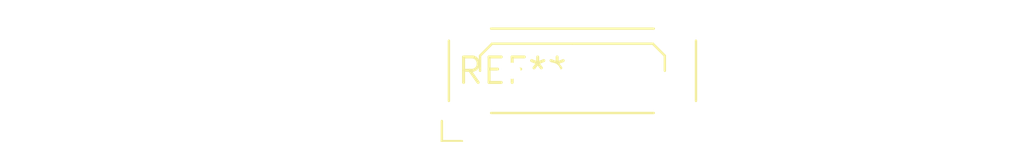
<source format=kicad_pcb>
(kicad_pcb (version 20240108) (generator pcbnew)
  (layers (0 "F.Cu" signal) (31 "B.Cu" signal) (34 "B.Paste" user) (35 "F.Paste" user) (36 "B.SilkS" user "B.Silkscreen") (37 "F.SilkS" user "F.Silkscreen") (38 "B.Mask" user) (39 "F.Mask" user) (44 "Edge.Cuts" user))
  (net 0 "")
  (footprint "Harwin_LTek-Male_04_P2.00mm_Vertical_StrainRelief" (layer "F.Cu") (at 0 0)
    (property "Reference" "REF**")
    (property "Value" "Harwin_LTek-Male_04_P2.00mm_Vertical_StrainRelief")
    (fp_line (start -3.5 2.5) (end -3.5 3.5) (layer "F.SilkS") (stroke (width 0.12)))
    (fp_line (start -3.5 3.5) (end -2.5 3.5) (layer "F.SilkS") (stroke (width 0.12)))
    (fp_line (start -3.15 -1.5) (end -3.15 1.5) (layer "F.SilkS") (stroke (width 0.12)))
    (fp_line (start -1.6 -0.75) (end -1 -1.35) (layer "F.SilkS") (stroke (width 0.12)))
    (fp_line (start -1.6 0) (end -1.6 -0.75) (layer "F.SilkS") (stroke (width 0.12)))
    (fp_line (start -1.05 -2.1) (end 7.05 -2.1) (layer "F.SilkS") (stroke (width 0.12)))
    (fp_line (start -1.05 2.1) (end 7.05 2.1) (layer "F.SilkS") (stroke (width 0.12)))
    (fp_line (start -1 -1.35) (end 3 -1.35) (layer "F.SilkS") (stroke (width 0.12)))
    (fp_line (start 7 -1.35) (end 3 -1.35) (layer "F.SilkS") (stroke (width 0.12)))
    (fp_line (start 7.6 -0.75) (end 7 -1.35) (layer "F.SilkS") (stroke (width 0.12)))
    (fp_line (start 7.6 0) (end 7.6 -0.75) (layer "F.SilkS") (stroke (width 0.12)))
    (fp_line (start 9.15 -1.5) (end 9.15 1.5) (layer "F.SilkS") (stroke (width 0.12)))
    (pad "" thru_hole circle (at -2.25 -2.375) (size 1.25 1.25) (drill 0.95) (layers *.Cu *.Mask) (remove_unused_layers))
    (pad "" thru_hole circle (at -2.25 2.375) (size 1.25 1.25) (drill 0.95) (layers *.Cu *.Mask) (remove_unused_layers))
    (pad "" thru_hole circle (at 8.25 -2.375) (size 1.25 1.25) (drill 0.95) (layers *.Cu *.Mask) (remove_unused_layers))
    (pad "" thru_hole circle (at 8.25 2.375) (size 1.25 1.25) (drill 0.95) (layers *.Cu *.Mask) (remove_unused_layers))
    (pad "1" thru_hole rect (at 0 0) (size 1.35 1.35) (drill 0.8) (layers *.Cu *.Mask) (remove_unused_layers))
    (pad "2" thru_hole circle (at 2 0) (size 1.35 1.35) (drill 0.8) (layers *.Cu *.Mask) (remove_unused_layers))
    (pad "3" thru_hole circle (at 4 0) (size 1.35 1.35) (drill 0.8) (layers *.Cu *.Mask) (remove_unused_layers))
    (pad "4" thru_hole circle (at 6 0) (size 1.35 1.35) (drill 0.8) (layers *.Cu *.Mask) (remove_unused_layers))
  )
)
</source>
